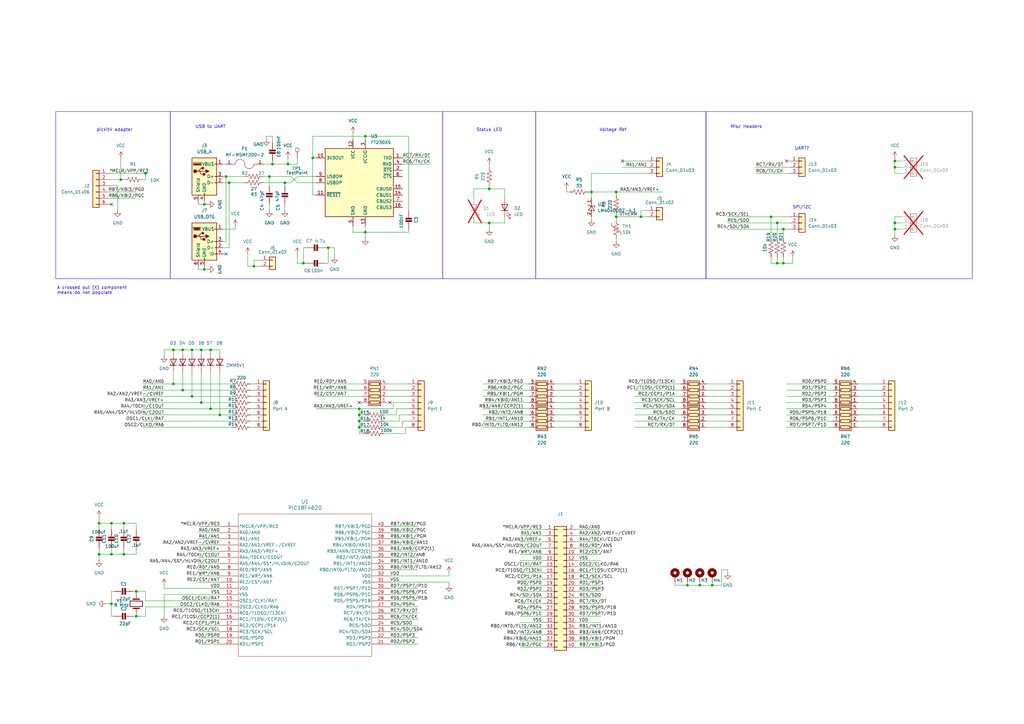
<source format=kicad_sch>
(kicad_sch (version 20231120) (generator "eeschema") (generator_version "8.0")
  (paper "A3")
  (junction (at 134.62 101.6))
  (junction (at 252.73 78.74))
  (junction (at 45.72 247.65))
  (junction (at 45.72 214.63))
  (junction (at 281.94 240.03))
  (junction (at 124.46 107.95))
  (junction (at 40.64 214.63))
  (junction (at 147.32 175.26))
  (junction (at 45.72 227.33))
  (junction (at 78.74 162.56))
  (junction (at 92.71 72.39))
  (junction (at 55.88 252.73))
  (junction (at 74.93 143.51))
  (junction (at 50.8 214.63))
  (junction (at 49.53 73.66))
  (junction (at 110.49 72.39))
  (junction (at 147.32 170.18))
  (junction (at 200.66 77.47))
  (junction (at 128.27 64.77))
  (junction (at 292.1 240.03))
  (junction (at 55.88 242.57))
  (junction (at 83.82 83.82))
  (junction (at 82.55 143.51))
  (junction (at 86.36 167.64))
  (junction (at 147.32 167.64))
  (junction (at 252.73 88.9))
  (junction (at 149.86 95.25))
  (junction (at 287.02 240.03))
  (junction (at 90.17 170.18))
  (junction (at 262.89 88.9))
  (junction (at 367.03 68.58))
  (junction (at 316.23 88.9))
  (junction (at 104.14 109.22))
  (junction (at 50.8 227.33))
  (junction (at 242.57 78.74))
  (junction (at 321.31 107.95))
  (junction (at 321.31 93.98))
  (junction (at 83.82 110.49))
  (junction (at 111.76 67.31))
  (junction (at 40.64 227.33))
  (junction (at 71.12 157.48))
  (junction (at 59.69 71.12))
  (junction (at 367.03 91.44))
  (junction (at 78.74 143.51))
  (junction (at 318.77 107.95))
  (junction (at 82.55 165.1))
  (junction (at 71.12 143.51))
  (junction (at 200.66 91.44))
  (junction (at 147.32 172.72))
  (junction (at 318.77 91.44))
  (junction (at 118.11 67.31))
  (junction (at 93.98 74.93))
  (junction (at 86.36 143.51))
  (junction (at 367.03 93.98))
  (junction (at 116.84 74.93))
  (junction (at 149.86 55.88))
  (junction (at 74.93 160.02))
  (junction (at 367.03 66.04))
  (no_connect (at 322.58 66.04))
  (no_connect (at 92.71 104.14))
  (no_connect (at 160.02 165.1))
  (no_connect (at 45.72 83.82))
  (no_connect (at 147.32 165.1))
  (no_connect (at 255.27 66.04))
  (wire (pts (xy 78.74 152.4) (xy 78.74 162.56)))
  (wire (pts (xy 298.45 172.72) (xy 289.56 172.72)))
  (wire (pts (xy 298.45 170.18) (xy 289.56 170.18)))
  (wire (pts (xy 213.36 224.79) (xy 223.52 224.79)))
  (wire (pts (xy 360.68 167.64) (xy 351.79 167.64)))
  (wire (pts (xy 55.88 227.33) (xy 55.88 224.79)))
  (wire (pts (xy 90.17 238.76) (xy 81.28 238.76)))
  (wire (pts (xy 207.01 91.44) (xy 207.01 88.9)))
  (wire (pts (xy 44.45 83.82) (xy 45.72 83.82)))
  (wire (pts (xy 316.23 88.9) (xy 316.23 97.79)))
  (wire (pts (xy 144.78 54.61) (xy 144.78 57.15)))
  (wire (pts (xy 107.95 74.93) (xy 116.84 74.93)))
  (wire (pts (xy 236.22 224.79) (xy 246.38 224.79)))
  (wire (pts (xy 200.66 91.44) (xy 200.66 93.98)))
  (wire (pts (xy 160.02 215.9) (xy 171.45 215.9)))
  (wire (pts (xy 147.32 175.26) (xy 149.86 175.26)))
  (wire (pts (xy 194.31 91.44) (xy 200.66 91.44)))
  (wire (pts (xy 295.91 240.03) (xy 292.1 240.03)))
  (wire (pts (xy 158.75 162.56) (xy 167.64 162.56)))
  (wire (pts (xy 322.58 157.48) (xy 341.63 157.48)))
  (wire (pts (xy 213.36 222.25) (xy 223.52 222.25)))
  (wire (pts (xy 194.31 88.9) (xy 194.31 91.44)))
  (wire (pts (xy 167.64 165.1) (xy 161.29 165.1)))
  (wire (pts (xy 252.73 97.79) (xy 252.73 99.06)))
  (wire (pts (xy 236.22 232.41) (xy 246.38 232.41)))
  (wire (pts (xy 160.02 228.6) (xy 171.45 228.6)))
  (wire (pts (xy 109.22 57.15) (xy 109.22 55.88)))
  (wire (pts (xy 236.22 265.43) (xy 246.38 265.43)))
  (wire (pts (xy 241.3 78.74) (xy 242.57 78.74)))
  (wire (pts (xy 124.46 107.95) (xy 125.73 107.95)))
  (wire (pts (xy 49.53 73.66) (xy 50.8 73.66)))
  (wire (pts (xy 102.87 172.72) (xy 104.14 172.72)))
  (wire (pts (xy 184.15 234.95) (xy 184.15 236.22)))
  (wire (pts (xy 102.87 162.56) (xy 104.14 162.56)))
  (wire (pts (xy 110.49 83.82) (xy 110.49 86.36)))
  (wire (pts (xy 90.17 261.62) (xy 81.28 261.62)))
  (wire (pts (xy 213.36 255.27) (xy 223.52 255.27)))
  (wire (pts (xy 292.1 240.03) (xy 292.1 238.76)))
  (wire (pts (xy 109.22 55.88) (xy 111.76 55.88)))
  (wire (pts (xy 298.45 93.98) (xy 321.31 93.98)))
  (wire (pts (xy 90.17 233.68) (xy 81.28 233.68)))
  (wire (pts (xy 322.58 172.72) (xy 341.63 172.72)))
  (wire (pts (xy 200.66 91.44) (xy 207.01 91.44)))
  (wire (pts (xy 167.64 95.25) (xy 149.86 95.25)))
  (wire (pts (xy 369.57 66.04) (xy 367.03 66.04)))
  (wire (pts (xy 134.62 107.95) (xy 133.35 107.95)))
  (wire (pts (xy 149.86 55.88) (xy 149.86 57.15)))
  (wire (pts (xy 322.58 160.02) (xy 341.63 160.02)))
  (wire (pts (xy 93.98 74.93) (xy 100.33 74.93)))
  (wire (pts (xy 90.17 215.9) (xy 81.28 215.9)))
  (wire (pts (xy 90.17 144.78) (xy 90.17 143.51)))
  (wire (pts (xy 242.57 88.9) (xy 242.57 90.17)))
  (wire (pts (xy 58.42 165.1) (xy 82.55 165.1)))
  (wire (pts (xy 198.12 170.18) (xy 217.17 170.18)))
  (wire (pts (xy 121.92 107.95) (xy 124.46 107.95)))
  (wire (pts (xy 367.03 91.44) (xy 369.57 91.44)))
  (wire (pts (xy 157.48 175.26) (xy 165.1 175.26)))
  (wire (pts (xy 91.44 67.31) (xy 92.71 67.31)))
  (wire (pts (xy 149.86 95.25) (xy 149.86 92.71)))
  (wire (pts (xy 198.12 162.56) (xy 217.17 162.56)))
  (wire (pts (xy 40.64 214.63) (xy 45.72 214.63)))
  (wire (pts (xy 236.22 222.25) (xy 246.38 222.25)))
  (wire (pts (xy 236.22 242.57) (xy 246.38 242.57)))
  (wire (pts (xy 160.02 251.46) (xy 171.45 251.46)))
  (wire (pts (xy 367.03 64.77) (xy 367.03 66.04)))
  (wire (pts (xy 91.44 72.39) (xy 92.71 72.39)))
  (wire (pts (xy 78.74 143.51) (xy 78.74 144.78)))
  (wire (pts (xy 260.35 160.02) (xy 279.4 160.02)))
  (wire (pts (xy 91.44 74.93) (xy 93.98 74.93)))
  (wire (pts (xy 276.86 238.76) (xy 276.86 240.03)))
  (wire (pts (xy 119.38 74.93) (xy 121.92 72.39)))
  (wire (pts (xy 298.45 234.95) (xy 298.45 233.68)))
  (wire (pts (xy 59.69 248.92) (xy 90.17 248.92)))
  (wire (pts (xy 236.22 167.64) (xy 227.33 167.64)))
  (wire (pts (xy 90.17 236.22) (xy 81.28 236.22)))
  (wire (pts (xy 158.75 160.02) (xy 167.64 160.02)))
  (wire (pts (xy 167.64 93.98) (xy 167.64 95.25)))
  (wire (pts (xy 78.74 162.56) (xy 95.25 162.56)))
  (wire (pts (xy 298.45 162.56) (xy 289.56 162.56)))
  (wire (pts (xy 111.76 55.88) (xy 111.76 58.42)))
  (wire (pts (xy 213.36 242.57) (xy 223.52 242.57)))
  (wire (pts (xy 118.11 64.77) (xy 118.11 67.31)))
  (wire (pts (xy 119.38 72.39) (xy 121.92 74.93)))
  (wire (pts (xy 252.73 87.63) (xy 252.73 88.9)))
  (wire (pts (xy 158.75 165.1) (xy 160.02 165.1)))
  (wire (pts (xy 129.54 167.64) (xy 147.32 167.64)))
  (wire (pts (xy 90.17 259.08) (xy 81.28 259.08)))
  (wire (pts (xy 55.88 214.63) (xy 55.88 217.17)))
  (wire (pts (xy 213.36 265.43) (xy 223.52 265.43)))
  (wire (pts (xy 360.68 165.1) (xy 351.79 165.1)))
  (wire (pts (xy 44.45 78.74) (xy 55.88 78.74)))
  (wire (pts (xy 102.87 175.26) (xy 104.14 175.26)))
  (wire (pts (xy 101.6 109.22) (xy 104.14 109.22)))
  (wire (pts (xy 213.36 250.19) (xy 223.52 250.19)))
  (wire (pts (xy 360.68 172.72) (xy 351.79 172.72)))
  (wire (pts (xy 160.02 233.68) (xy 171.45 233.68)))
  (wire (pts (xy 86.36 152.4) (xy 86.36 167.64)))
  (wire (pts (xy 367.03 93.98) (xy 367.03 96.52)))
  (wire (pts (xy 252.73 88.9) (xy 262.89 88.9)))
  (wire (pts (xy 67.31 146.05) (xy 67.31 143.51)))
  (wire (pts (xy 236.22 255.27) (xy 246.38 255.27)))
  (wire (pts (xy 260.35 165.1) (xy 279.4 165.1)))
  (wire (pts (xy 74.93 143.51) (xy 71.12 143.51)))
  (wire (pts (xy 101.6 104.14) (xy 101.6 109.22)))
  (wire (pts (xy 81.28 109.22) (xy 81.28 110.49)))
  (wire (pts (xy 82.55 152.4) (xy 82.55 165.1)))
  (wire (pts (xy 121.92 64.77) (xy 121.92 67.31)))
  (wire (pts (xy 287.02 238.76) (xy 287.02 240.03)))
  (wire (pts (xy 360.68 157.48) (xy 351.79 157.48)))
  (wire (pts (xy 298.45 175.26) (xy 289.56 175.26)))
  (wire (pts (xy 236.22 237.49) (xy 246.38 237.49)))
  (wire (pts (xy 213.36 232.41) (xy 223.52 232.41)))
  (wire (pts (xy 149.86 95.25) (xy 149.86 97.79)))
  (wire (pts (xy 298.45 167.64) (xy 289.56 167.64)))
  (wire (pts (xy 45.72 252.73) (xy 46.99 252.73)))
  (wire (pts (xy 144.78 95.25) (xy 149.86 95.25)))
  (wire (pts (xy 213.36 245.11) (xy 223.52 245.11)))
  (wire (pts (xy 83.82 83.82) (xy 83.82 82.55)))
  (wire (pts (xy 91.44 93.98) (xy 96.52 93.98)))
  (wire (pts (xy 160.02 261.62) (xy 171.45 261.62)))
  (wire (pts (xy 360.68 160.02) (xy 351.79 160.02)))
  (wire (pts (xy 59.69 71.12) (xy 44.45 71.12)))
  (wire (pts (xy 129.54 162.56) (xy 148.59 162.56)))
  (wire (pts (xy 213.36 217.17) (xy 223.52 217.17)))
  (wire (pts (xy 236.22 229.87) (xy 246.38 229.87)))
  (wire (pts (xy 92.71 72.39) (xy 100.33 72.39)))
  (wire (pts (xy 49.53 73.66) (xy 44.45 73.66)))
  (wire (pts (xy 58.42 73.66) (xy 59.69 73.66)))
  (wire (pts (xy 298.45 233.68) (xy 295.91 233.68)))
  (wire (pts (xy 318.77 91.44) (xy 323.85 91.44)))
  (wire (pts (xy 213.36 262.89) (xy 223.52 262.89)))
  (wire (pts (xy 236.22 262.89) (xy 246.38 262.89)))
  (wire (pts (xy 309.88 71.12) (xy 323.85 71.12)))
  (wire (pts (xy 58.42 162.56) (xy 78.74 162.56)))
  (wire (pts (xy 367.03 93.98) (xy 369.57 93.98)))
  (wire (pts (xy 163.83 170.18) (xy 167.64 170.18)))
  (wire (pts (xy 81.28 82.55) (xy 81.28 83.82)))
  (wire (pts (xy 160.02 256.54) (xy 171.45 256.54)))
  (wire (pts (xy 71.12 157.48) (xy 95.25 157.48)))
  (wire (pts (xy 167.64 55.88) (xy 167.64 86.36)))
  (wire (pts (xy 90.17 251.46) (xy 81.28 251.46)))
  (wire (pts (xy 184.15 238.76) (xy 184.15 240.03)))
  (wire (pts (xy 236.22 227.33) (xy 246.38 227.33)))
  (wire (pts (xy 298.45 165.1) (xy 289.56 165.1)))
  (wire (pts (xy 252.73 78.74) (xy 271.78 78.74)))
  (wire (pts (xy 298.45 157.48) (xy 289.56 157.48)))
  (wire (pts (xy 360.68 170.18) (xy 351.79 170.18)))
  (wire (pts (xy 213.36 237.49) (xy 223.52 237.49)))
  (wire (pts (xy 40.64 217.17) (xy 40.64 214.63)))
  (wire (pts (xy 90.17 220.98) (xy 81.28 220.98)))
  (wire (pts (xy 78.74 143.51) (xy 74.93 143.51)))
  (wire (pts (xy 236.22 165.1) (xy 227.33 165.1)))
  (wire (pts (xy 166.37 177.8) (xy 166.37 175.26)))
  (wire (pts (xy 104.14 106.68) (xy 104.14 109.22)))
  (wire (pts (xy 318.77 91.44) (xy 318.77 97.79)))
  (wire (pts (xy 160.02 259.08) (xy 171.45 259.08)))
  (wire (pts (xy 236.22 162.56) (xy 227.33 162.56)))
  (wire (pts (xy 102.87 170.18) (xy 104.14 170.18)))
  (wire (pts (xy 160.02 231.14) (xy 171.45 231.14)))
  (wire (pts (xy 162.56 167.64) (xy 167.64 167.64)))
  (wire (pts (xy 92.71 99.06) (xy 92.71 72.39)))
  (wire (pts (xy 90.17 228.6) (xy 81.28 228.6)))
  (wire (pts (xy 236.22 157.48) (xy 227.33 157.48)))
  (wire (pts (xy 162.56 170.18) (xy 162.56 167.64)))
  (wire (pts (xy 137.16 105.41) (xy 137.16 101.6)))
  (wire (pts (xy 121.92 67.31) (xy 118.11 67.31)))
  (wire (pts (xy 90.17 170.18) (xy 95.25 170.18)))
  (wire (pts (xy 160.02 226.06) (xy 171.45 226.06)))
  (wire (pts (xy 86.36 143.51) (xy 82.55 143.51)))
  (wire (pts (xy 74.93 160.02) (xy 95.25 160.02)))
  (wire (pts (xy 367.03 66.04) (xy 367.03 68.58)))
  (wire (pts (xy 102.87 165.1) (xy 104.14 165.1)))
  (wire (pts (xy 232.41 78.74) (xy 233.68 78.74)))
  (wire (pts (xy 160.02 218.44) (xy 171.45 218.44)))
  (wire (pts (xy 260.35 157.48) (xy 279.4 157.48)))
  (wire (pts (xy 262.89 86.36) (xy 262.89 88.9)))
  (wire (pts (xy 160.02 243.84) (xy 171.45 243.84)))
  (wire (pts (xy 93.98 101.6) (xy 93.98 74.93)))
  (wire (pts (xy 295.91 233.68) (xy 295.91 240.03)))
  (wire (pts (xy 106.68 106.68) (xy 104.14 106.68)))
  (wire (pts (xy 59.69 246.38) (xy 90.17 246.38)))
  (wire (pts (xy 71.12 143.51) (xy 71.12 144.78)))
  (wire (pts (xy 86.36 143.51) (xy 86.36 144.78)))
  (wire (pts (xy 165.1 67.31) (xy 176.53 67.31)))
  (wire (pts (xy 71.12 152.4) (xy 71.12 157.48)))
  (wire (pts (xy 133.35 101.6) (xy 134.62 101.6)))
  (wire (pts (xy 194.31 77.47) (xy 194.31 81.28)))
  (wire (pts (xy 165.1 172.72) (xy 167.64 172.72)))
  (wire (pts (xy 367.03 88.9) (xy 367.03 91.44)))
  (wire (pts (xy 121.92 72.39) (xy 129.54 72.39)))
  (wire (pts (xy 58.42 172.72) (xy 95.25 172.72)))
  (wire (pts (xy 81.28 110.49) (xy 83.82 110.49)))
  (wire (pts (xy 125.73 101.6) (xy 124.46 101.6)))
  (wire (pts (xy 236.22 250.19) (xy 246.38 250.19)))
  (wire (pts (xy 83.82 83.82) (xy 85.09 83.82)))
  (wire (pts (xy 90.17 218.44) (xy 81.28 218.44)))
  (wire (pts (xy 59.69 248.92) (xy 59.69 252.73)))
  (wire (pts (xy 147.32 170.18) (xy 147.32 172.72)))
  (wire (pts (xy 160.02 220.98) (xy 171.45 220.98)))
  (wire (pts (xy 213.36 257.81) (xy 223.52 257.81)))
  (wire (pts (xy 144.78 92.71) (xy 144.78 95.25)))
  (wire (pts (xy 147.32 167.64) (xy 161.29 167.64)))
  (wire (pts (xy 160.02 264.16) (xy 171.45 264.16)))
  (wire (pts (xy 281.94 240.03) (xy 287.02 240.03)))
  (wire (pts (xy 83.82 110.49) (xy 83.82 109.22)))
  (wire (pts (xy 260.35 172.72) (xy 279.4 172.72)))
  (wire (pts (xy 198.12 157.48) (xy 217.17 157.48)))
  (wire (pts (xy 50.8 227.33) (xy 55.88 227.33)))
  (wire (pts (xy 59.69 252.73) (xy 55.88 252.73)))
  (wire (pts (xy 45.72 227.33) (xy 50.8 227.33)))
  (wire (pts (xy 232.41 77.47) (xy 232.41 78.74)))
  (wire (pts (xy 111.76 67.31) (xy 107.95 67.31)))
  (wire (pts (xy 160.02 248.92) (xy 171.45 248.92)))
  (wire (pts (xy 157.48 172.72) (xy 163.83 172.72)))
  (wire (pts (xy 316.23 105.41) (xy 316.23 107.95)))
  (wire (pts (xy 58.42 167.64) (xy 86.36 167.64)))
  (wire (pts (xy 276.86 240.03) (xy 281.94 240.03)))
  (wire (pts (xy 207.01 77.47) (xy 207.01 81.28)))
  (wire (pts (xy 129.54 64.77) (xy 128.27 64.77)))
  (wire (pts (xy 90.17 152.4) (xy 90.17 170.18)))
  (wire (pts (xy 160.02 223.52) (xy 171.45 223.52)))
  (wire (pts (xy 45.72 247.65) (xy 45.72 252.73)))
  (wire (pts (xy 44.45 76.2) (xy 48.26 76.2)))
  (wire (pts (xy 149.86 170.18) (xy 147.32 170.18)))
  (wire (pts (xy 325.12 107.95) (xy 325.12 105.41)))
  (wire (pts (xy 367.03 91.44) (xy 367.03 93.98)))
  (wire (pts (xy 128.27 64.77) (xy 128.27 55.88)))
  (wire (pts (xy 147.32 172.72) (xy 149.86 172.72)))
  (wire (pts (xy 255.27 68.58) (xy 265.43 68.58)))
  (wire (pts (xy 198.12 160.02) (xy 217.17 160.02)))
  (wire (pts (xy 67.31 240.03) (xy 67.31 241.3)))
  (wire (pts (xy 236.22 240.03) (xy 246.38 240.03)))
  (wire (pts (xy 45.72 214.63) (xy 50.8 214.63)))
  (wire (pts (xy 50.8 214.63) (xy 50.8 217.17)))
  (wire (pts (xy 128.27 55.88) (xy 149.86 55.88)))
  (wire (pts (xy 200.66 67.31) (xy 200.66 68.58)))
  (wire (pts (xy 281.94 238.76) (xy 281.94 240.03)))
  (wire (pts (xy 198.12 167.64) (xy 217.17 167.64)))
  (wire (pts (xy 322.58 167.64) (xy 341.63 167.64)))
  (wire (pts (xy 74.93 143.51) (xy 74.93 144.78)))
  (wire (pts (xy 236.22 219.71) (xy 246.38 219.71)))
  (wire (pts (xy 67.31 252.73) (xy 67.31 243.84)))
  (wire (pts (xy 147.32 175.26) (xy 147.32 177.8)))
  (wire (pts (xy 360.68 162.56) (xy 351.79 162.56)))
  (wire (pts (xy 90.17 264.16) (xy 81.28 264.16)))
  (wire (pts (xy 369.57 88.9) (xy 367.03 88.9)))
  (wire (pts (xy 40.64 224.79) (xy 40.64 227.33)))
  (wire (pts (xy 40.64 227.33) (xy 40.64 229.87)))
  (wire (pts (xy 194.31 77.47) (xy 200.66 77.47)))
  (wire (pts (xy 198.12 172.72) (xy 217.17 172.72)))
  (wire (pts (xy 121.92 104.14) (xy 121.92 107.95)))
  (wire (pts (xy 255.27 66.04) (xy 265.43 66.04)))
  (wire (pts (xy 167.64 55.88) (xy 149.86 55.88)))
  (wire (pts (xy 50.8 214.63) (xy 55.88 214.63)))
  (wire (pts (xy 322.58 175.26) (xy 341.63 175.26)))
  (wire (pts (xy 322.58 162.56) (xy 341.63 162.56)))
  (wire (pts (xy 45.72 242.57) (xy 45.72 247.65)))
  (wire (pts (xy 321.31 93.98) (xy 321.31 97.79)))
  (wire (pts (xy 67.31 241.3) (xy 90.17 241.3)))
  (wire (pts (xy 90.17 231.14) (xy 81.28 231.14)))
  (wire (pts (xy 316.23 88.9) (xy 323.85 88.9)))
  (wire (pts (xy 236.22 217.17) (xy 246.38 217.17)))
  (wire (pts (xy 316.23 107.95) (xy 318.77 107.95)))
  (wire (pts (xy 165.1 64.77) (xy 176.53 64.77)))
  (wire (pts (xy 163.83 172.72) (xy 163.83 170.18)))
  (wire (pts (xy 260.35 170.18) (xy 279.4 170.18)))
  (wire (pts (xy 367.03 68.58) (xy 369.57 68.58)))
  (wire (pts (xy 367.03 71.12) (xy 369.57 71.12)))
  (wire (pts (xy 160.02 236.22) (xy 184.15 236.22)))
  (wire (pts (xy 111.76 66.04) (xy 111.76 67.31)))
  (wire (pts (xy 54.61 242.57) (xy 55.88 242.57)))
  (wire (pts (xy 55.88 252.73) (xy 55.88 251.46)))
  (wire (pts (xy 82.55 143.51) (xy 82.55 144.78)))
  (wire (pts (xy 96.52 93.98) (xy 96.52 92.71)))
  (wire (pts (xy 110.49 72.39) (xy 119.38 72.39)))
  (wire (pts (xy 360.68 175.26) (xy 351.79 175.26)))
  (wire (pts (xy 58.42 170.18) (xy 90.17 170.18)))
  (wire (pts (xy 147.32 165.1) (xy 148.59 165.1)))
  (wire (pts (xy 158.75 157.48) (xy 167.64 157.48)))
  (wire (pts (xy 236.22 247.65) (xy 246.38 247.65)))
  (wire (pts (xy 91.44 101.6) (xy 93.98 101.6)))
  (wire (pts (xy 236.22 160.02) (xy 227.33 160.02)))
  (wire (pts (xy 260.35 162.56) (xy 279.4 162.56)))
  (wire (pts (xy 252.73 78.74) (xy 252.73 80.01)))
  (wire (pts (xy 200.66 77.47) (xy 207.01 77.47)))
  (wire (pts (xy 102.87 157.48) (xy 104.14 157.48)))
  (wire (pts (xy 309.88 68.58) (xy 323.85 68.58)))
  (wire (pts (xy 298.45 91.44) (xy 318.77 91.44)))
  (wire (pts (xy 44.45 81.28) (xy 55.88 81.28)))
  (wire (pts (xy 137.16 101.6) (xy 134.62 101.6)))
  (wire (pts (xy 147.32 172.72) (xy 147.32 175.26)))
  (wire (pts (xy 121.92 74.93) (xy 129.54 74.93)))
  (wire (pts (xy 265.43 71.12) (xy 242.57 71.12)))
  (wire (pts (xy 236.22 252.73) (xy 246.38 252.73)))
  (wire (pts (xy 86.36 167.64) (xy 95.25 167.64)))
  (wire (pts (xy 213.36 252.73) (xy 223.52 252.73)))
  (wire (pts (xy 67.31 243.84) (xy 90.17 243.84)))
  (wire (pts (xy 129.54 80.01) (xy 128.27 80.01)))
  (wire (pts (xy 236.22 257.81) (xy 246.38 257.81)))
  (wire (pts (xy 265.43 86.36) (xy 262.89 86.36)))
  (wire (pts (xy 128.27 80.01) (xy 128.27 64.77)))
  (wire (pts (xy 74.93 152.4) (xy 74.93 160.02)))
  (wire (pts (xy 318.77 105.41) (xy 318.77 107.95)))
  (wire (pts (xy 116.84 74.93) (xy 119.38 74.93)))
  (wire (pts (xy 116.84 83.82) (xy 116.84 86.36)))
  (wire (pts (xy 90.17 256.54) (xy 81.28 256.54)))
  (wire (pts (xy 298.45 88.9) (xy 316.23 88.9)))
  (wire (pts (xy 104.14 109.22) (xy 106.68 109.22)))
  (wire (pts (xy 318.77 107.95) (xy 321.31 107.95)))
  (wire (pts (xy 107.95 72.39) (xy 110.49 72.39)))
  (wire (pts (xy 59.69 246.38) (xy 59.69 242.57)))
  (wire (pts (xy 90.17 143.51) (xy 86.36 143.51)))
  (wire (pts (xy 298.45 160.02) (xy 289.56 160.02)))
  (wire (pts (xy 287.02 240.03) (xy 292.1 240.03)))
  (wire (pts (xy 321.31 107.95) (xy 325.12 107.95)))
  (wire (pts (xy 157.48 170.18) (xy 162.56 170.18)))
  (wire (pts (xy 321.31 105.41) (xy 321.31 107.95)))
  (wire (pts (xy 198.12 165.1) (xy 217.17 165.1)))
  (wire (pts (xy 236.22 245.11) (xy 246.38 245.11)))
  (wire (pts (xy 213.36 260.35) (xy 223.52 260.35)))
  (wire (pts (xy 82.55 165.1) (xy 95.25 165.1)))
  (wire (pts (xy 67.31 143.51) (xy 71.12 143.51)))
  (wire (pts (xy 322.58 170.18) (xy 341.63 170.18)))
  (wire (pts (xy 58.42 160.02) (xy 74.93 160.02)))
  (wire (pts (xy 147.32 177.8) (xy 149.86 177.8)))
  (wire (pts (xy 40.64 212.09) (xy 40.64 214.63)))
  (wire (pts (xy 321.31 93.98) (xy 323.85 93.98)))
  (wire (pts (xy 160.02 241.3) (xy 171.45 241.3)))
  (wire (pts (xy 236.22 234.95) (xy 246.38 234.95)))
  (wire (pts (xy 45.72 214.63) (xy 45.72 217.17)))
  (wire (pts (xy 157.48 177.8) (xy 166.37 177.8)))
  (wire (pts (xy 213.36 219.71) (xy 223.52 219.71)))
  (wire (pts (xy 147.32 167.64) (xy 147.32 170.18)))
  (wire (pts (xy 242.57 71.12) (xy 242.57 78.74)))
  (wire (pts (xy 46.99 242.57) (xy 45.72 242.57)))
  (wire (pts (xy 134.62 101.6) (xy 134.62 107.95)))
  (wire (pts (xy 91.44 99.06) (xy 92.71 99.06)))
  (wire (pts (xy 166.37 175.26) (xy 167.64 175.26)))
  (wire (pts (xy 129.54 157.48) (xy 148.59 157.48)))
  (wire (pts (xy 213.36 227.33) (xy 223.52 227.33)))
  (wire (pts (xy 160.02 238.76) (xy 184.15 238.76)))
  (wire (pts (xy 81.28 83.82) (xy 83.82 83.82)))
  (wire (pts (xy 236.22 260.35) (xy 246.38 260.35)))
  (wire (pts (xy 48.26 76.2) (xy 48.26 86.36)))
  (wire (pts (xy 236.22 175.26) (xy 227.33 175.26)))
  (wire (pts (xy 200.66 76.2) (xy 200.66 77.47)))
  (wire (pts (xy 60.96 71.12) (xy 59.69 71.12)))
  (wire (pts (xy 242.57 78.74) (xy 252.73 78.74)))
  (wire (pts (xy 90.17 226.06) (xy 81.28 226.06)))
  (wire (pts (xy 102.87 167.64) (xy 104.14 167.64)))
  (wire (pts (xy 252.73 88.9) (xy 252.73 90.17)))
  (wire (pts (xy 262.89 88.9) (xy 265.43 88.9)))
  (wire (pts (xy 40.64 227.33) (xy 45.72 227.33)))
  (wire (pts (xy 50.8 224.79) (xy 50.8 227.33)))
  (wire (pts (xy 322.58 165.1) (xy 341.63 165.1)))
  (wire (pts (xy 59.69 242.57) (xy 55.88 242.57)))
  (wire (pts (xy 213.36 234.95) (xy 223.52 234.95)))
  (wire (pts (xy 161.29 165.1) (xy 161.29 167.64)))
  (wire (pts (xy 124.46 101.6) (xy 124.46 107.95)))
  (wire (pts (xy 90.17 223.52) (xy 81.28 223.52)))
  (wire (pts (xy 82.55 143.51) (xy 78.74 143.51)))
  (wire (pts (xy 102.87 160.02) (xy 104.14 160.02)))
  (wire (pts (xy 213.36 247.65) (xy 223.52 247.65)))
  (wire (pts (xy 242.57 78.74) (xy 242.57 81.28)))
  (wire (pts (xy 260.35 175.26) (xy 279.4 175.26)))
  (wire (pts (xy 236.22 170.18) (xy 227.33 170.18)))
  (wire (pts (xy 54.61 252.73) (xy 55.88 252.73)))
  (wire (pts (xy 198.12 175.26) (xy 217.17 175.26)))
  (wire (pts (xy 322.58 66.04) (xy 323.85 66.04)))
  (wire (pts (xy 213.36 229.87) (xy 223.52 229.87)))
  (wire (pts (xy 59.69 73.66) (xy 59.69 71.12)))
  (wire (pts (xy 129.54 160.02) (xy 148.59 160.02)))
  (wire (pts (xy 90.17 254) (xy 81.28 254)))
  (wire (pts (xy 116.84 74.93) (xy 116.84 76.2)))
  (wire (pts (xy 160.02 254) (xy 171.45 254)))
  (wire (pts (xy 49.53 64.77) (xy 49.53 73.66)))
  (wire (pts (xy 236.22 172.72) (xy 227.33 172.72)))
  (wire (pts (xy 45.72 224.79) (xy 45.72 227.33)))
  (wire (pts (xy 58.42 175.26) (xy 95.25 175.26)))
  (wire (pts (xy 43.18 247.65) (xy 45.72 247.65)))
  (wire (pts (xy 165.1 175.26) (xy 165.1 172.72)))
  (wire (pts (xy 213.36 240.03) (xy 223.52 240.03)))
  (wire (pts (xy 110.49 72.39) (xy 110.49 76.2)))
  (wire (pts (xy 91.44 104.14) (xy 92.71 104.14)))
  (wire (pts (xy 160.02 246.38) (xy 171.45 246.38)))
  (wire (pts (xy 55.88 242.57) (xy 55.88 243.84)))
  (wire (pts (xy 260.35 167.64) (xy 279.4 167.64)))
  (wire (pts (xy 367.03 68.58) (xy 367.03 71.12)))
  (wire (pts (xy 83.82 110.49) (xy 85.09 110.49)))
  (wire (pts (xy 111.76 67.31) (xy 118.11 67.31)))
  (wire (pts (xy 58.42 157.48) (xy 71.12 157.48)))
  (rectangle (start 22.86 45.72) (end 69.85 114.3))
  (rectangle (start 181.61 45.72) (end 219.71 114.3))
  (rectangle (start 69.85 45.72) (end 181.61 114.3))
  (rectangle (start 219.71 45.72) (end 289.56 114.3))
  (rectangle (start 289.56 45.72) (end 398.78 114.3))
  (text "USB to UART" (at 86.36 52.07 0) (effects (font (size 1.27 1.27))))
  (text "A crossed out (X) component \nmeans do not populate" (at 23.368 119.126 0) (effects (font (size 1.27 1.27)) (justify left)))
  (text "Voltage Ref" (at 251.46 53.34 0) (effects (font (size 1.27 1.27))))
  (text "UART?" (at 328.93 60.96 0) (effects (font (size 1.27 1.27))))
  (text "SPI/I2C\n" (at 328.93 85.09 0) (effects (font (size 1.27 1.27))))
  (text "pickit4 adapter" (at 46.99 53.34 0) (effects (font (size 1.27 1.27))))
  (text "Misc Headers" (at 306.07 52.07 0) (effects (font (size 1.27 1.27))))
  (text "Status LED" (at 200.66 53.34 0) (effects (font (size 1.27 1.27))))
  (label "RA2/AN2/VREF-/CVREF" (at 90.17 223.52 180))
  (label "RD6/PSP6/P1C" (at 222.25 252.73 180))
  (label "VDD" (at 222.25 229.87 180))
  (label "RD4/PSP4" (at 222.25 250.19 180))
  (label "RC6{slash}TX{slash}CK" (at 276.86 172.72 180))
  (label "RA1/AN1" (at 90.17 220.98 180))
  (label "RC7/RX/DT" (at 237.49 247.65 0))
  (label "RC7/RX/DT" (at 321.31 68.58 180))
  (label "RB2/INT2/AN8" (at 160.02 228.6 0))
  (label "RD6/PSP6/P1C" (at 339.09 172.72 180))
  (label "RC1{slash}T1OSI{slash}CCP2(1)" (at 276.86 160.02 180))
  (label "RA2/AN2/VREF-/CVREF" (at 237.49 219.71 0))
  (label "RA3/AN3/VREF+" (at 144.78 167.64 180))
  (label "VSS" (at 222.25 255.27 180))
  (label "RB5/KBI1/PGM" (at 237.49 262.89 0))
  (label "OSC2/CLKO/RA6" (at 237.49 232.41 0))
  (label "*MCLR/VPP/RE3" (at 60.96 71.12 180))
  (label "RE1/WR*/AN6" (at 142.24 160.02 180))
  (label "RD2{slash}PSP2" (at 339.09 162.56 180))
  (label "RC2{slash}CCP1{slash}P1A" (at 276.86 162.56 180))
  (label "OSC2/CLKO/RA6" (at 90.17 248.92 180))
  (label "RB5{slash}KBI1{slash}PGM" (at 214.63 162.56 180))
  (label "RB2{slash}INT2{slash}AN8" (at 214.63 170.18 180))
  (label "RB1{slash}INT1{slash}AN10" (at 214.63 172.72 180))
  (label "RD5/PSP5/P1B" (at 339.09 170.18 180))
  (label "RB3/AN9/CCP2(1)" (at 237.49 260.35 0))
  (label "RD2/PSP2" (at 222.25 242.57 180))
  (label "RC4{slash}SDI{slash}SDA" (at 307.34 93.98 180))
  (label "RB0{slash}INT0{slash}FLT0{slash}AN12" (at 214.63 175.26 180))
  (label "RD4/PSP4" (at 160.02 248.92 0))
  (label "VSS" (at 90.17 243.84 180))
  (label "RB6/KBI2/PGC" (at 160.02 218.44 0))
  (label "RC3/SCK/SCL" (at 237.49 237.49 0))
  (label "RD5/PSP5/P1B" (at 160.02 246.38 0))
  (label "*MCLR/VPP/RE3" (at 222.25 217.17 180))
  (label "RA3/AN3/VREF+" (at 270.51 78.74 180))
  (label "RB7/KBI3/PGD" (at 237.49 265.43 0))
  (label "RA5/AN4/SS*/HLVDIN/C2OUT" (at 67.31 170.18 180))
  (label "RD1/PSP1" (at 90.17 264.16 180))
  (label "RC6{slash}TX{slash}CK" (at 321.31 71.12 180))
  (label "RA0/AN0" (at 90.17 218.44 180))
  (label "RC3/SCK/SCL" (at 307.34 88.9 180))
  (label "RC4/SDI/SDA" (at 222.25 245.11 180))
  (label "*MCLR/VPP/RE3" (at 90.17 215.9 180))
  (label "RD6/PSP6/P1C" (at 160.02 243.84 0))
  (label "RA1/AN1" (at 67.31 160.02 180))
  (label "RC5{slash}SDO" (at 307.34 91.44 180))
  (label "RC4{slash}SDI{slash}SDA" (at 276.86 167.64 180))
  (label "RA3/AN3/VREF+" (at 222.25 222.25 180))
  (label "RA3/AN3/VREF+" (at 67.31 165.1 180))
  (label "RD7/PSP7/P1D" (at 160.02 241.3 0))
  (label "RD0/PSP0" (at 90.17 261.62 180))
  (label "RC0{slash}T1OSO{slash}T13CKI" (at 276.86 157.48 180))
  (label "RE0/RD*/AN5" (at 142.24 157.48 180))
  (label "OSC2/CLKO/RA6" (at 67.31 175.26 180))
  (label "RB6/KBI2/PGC" (at 222.25 265.43 180))
  (label "RD3{slash}PSP3" (at 339.09 165.1 180))
  (label "RA1/AN1" (at 265.43 68.58 180))
  (label "RD3/PSP3" (at 160.02 261.62 0))
  (label "RE1/WR*/AN6" (at 90.17 236.22 180))
  (label "RC3/SCK/SCL" (at 276.86 165.1 180))
  (label "RB4/KBI0/AN11" (at 160.02 223.52 0))
  (label "VDD" (at 237.49 255.27 0))
  (label "RB4{slash}KBI0{slash}AN11" (at 214.63 165.1 180))
  (label "RD3/PSP3" (at 237.49 242.57 0))
  (label "RA3/AN3/VREF+" (at 90.17 226.06 180))
  (label "RD7/PSP7/P1D" (at 339.09 175.26 180))
  (label "RE1/WR*/AN6" (at 222.25 227.33 180))
  (label "RB7/KBI3/PGD" (at 160.02 215.9 0))
  (label "RC6/TX/CK" (at 165.1 67.31 0))
  (label "OSC1/CLKI/RA7" (at 67.31 172.72 180))
  (label "RC5{slash}SDO" (at 276.86 170.18 180))
  (label "RC2/CCP1/P1A" (at 90.17 256.54 180))
  (label "RD0/PSP0" (at 339.09 157.48 180))
  (label "RC6/TX/CK" (at 222.25 247.65 180))
  (label "RD4{slash}PSP4" (at 339.09 167.64 180))
  (label "RA4/T0CKI/C1OUT" (at 237.49 222.25 0))
  (label "VSS" (at 160.02 238.76 0))
  (label "RD0/PSP0" (at 222.25 240.03 180))
  (label "RB7{slash}KBI3{slash}PGD" (at 214.63 157.48 180))
  (label "RE0/RD*/AN5" (at 90.17 233.68 180))
  (label "OSC1/CLKI/RA7" (at 222.25 232.41 180))
  (label "RA0/AN0" (at 67.31 157.48 180))
  (label "RC5/SDO" (at 237.49 245.11 0))
  (label "RE2/CS*/AN7" (at 237.49 227.33 0))
  (label "RE2/CS*/AN7" (at 142.24 162.56 180))
  (label "RA1/AN1" (at 222.25 219.71 180))
  (label "RC7{slash}RX{slash}DT" (at 276.86 175.26 180))
  (label "RC3/SCK/SCL" (at 90.17 259.08 180))
  (label "RB7/KBI3/PGD" (at 44.45 78.74 0))
  (label "RC1/T1OSI/CCP2(1)" (at 237.49 234.95 0))
  (label "RC5/SDO" (at 160.02 256.54 0))
  (label "RA4/T0CKI/C1OUT" (at 67.31 167.64 180))
  (label "RD1/PSP1" (at 237.49 240.03 0))
  (label "RA5/AN4/SS*/HLVDIN/C2OUT" (at 222.25 224.79 180))
  (label "RC1/T1OSI/CCP2(1)" (at 90.17 254 180))
  (label "RB6/KBI2/PGC" (at 44.45 81.28 0))
  (label "OSC1/CLKI/RA7" (at 90.17 246.38 180))
  (label "RA2/AN2/VREF-/CVREF" (at 67.31 162.56 180))
  (label "VSS" (at 237.49 229.87 0))
  (label "RD5/PSP5/P1B" (at 237.49 250.19 0))
  (label "RB4/KBI0/AN11" (at 222.25 262.89 180))
  (label "RC7/RX/DT" (at 165.1 64.77 0))
  (label "RB0/INT0/FLT0/AN12" (at 222.25 257.81 180))
  (label "RC2/CCP1/P1A" (at 222.25 237.49 180))
  (label "RB1/INT1/AN10" (at 160.02 231.14 0))
  (label "RA5/AN4/SS*/HLVDIN/C2OUT" (at 90.17 231.14 180))
  (label "RC4/SDI/SDA" (at 160.02 259.08 0))
  (label "RE2/CS*/AN7" (at 90.17 238.76 180))
  (label "VDD" (at 90.17 241.3 180))
  (label "RB6{slash}KBI2{slash}PGC" (at 214.63 160.02 180))
  (label "VTHERM" (at 254 88.9 0))
  (label "VDD" (at 160.02 236.22 0))
  (label "RD1/PSP1" (at 339.09 160.02 180))
  (label "RB1/INT1/AN10" (at 237.49 257.81 0))
  (label "RC7/RX/DT" (at 160.02 251.46 0))
  (label "RD2/PSP2" (at 160.02 264.16 0))
  (label "RA0{slash}AN0" (at 237.49 217.17 0))
  (label "RC6/TX/CK" (at 160.02 254 0))
  (label "RB0/INT0/FLT0/AN12" (at 160.02 233.68 0))
  (label "RB3{slash}AN9{slash}CCP2(1)" (at 214.63 167.64 180))
  (label "RD7/PSP7/P1D" (at 237.49 252.73 0))
  (label "RE0/RD*/AN5" (at 237.49 224.79 0))
  (label "RC0/T1OSO/T13CKI" (at 222.25 234.95 180))
  (label "RB5/KBI1/PGM" (at 160.02 220.98 0))
  (label "RB3/AN9/CCP2(1)" (at 160.02 226.06 0))
  (label "RA4/T0CKI/C1OUT" (at 90.17 228.6 180))
  (label "RC0/T1OSO/T13CKI" (at 90.17 251.46 180))
  (label "RB2/INT2/AN8" (at 222.25 260.35 180))
  (symbol (lib_id "Device:R_US") (at 237.49 78.74 90) (unit 1)
    (property "Reference" "R5" (at 237.49 73.66 90))
    (property "Value" "33" (at 237.49 76.2 90))
    (property "Footprint" "Resistor_SMD:R_0402_1005Metric" (effects (hide yes)))
    (property "Description" "Resistor, US symbol" (effects (hide yes)))
  )
  (symbol (lib_id "MF-MSMF200-2:MF-MSMF200-2") (at 100.33 67.31 0) (unit 1)
    (property "Reference" "F1" (at 100.33 60.96 0))
    (property "Value" "MF-MSMF200-2" (at 100.33 63.5 0))
    (property "Footprint" "MF-MSMF200-2:FUSER_MF-MSMF200-2" (effects (hide yes)))
    (property "MF" "Bourns" (effects (hide yes)))
    (property "MOUSER-PURCHASE-URL" "https://snapeda.com/shop?store=Mouser&id=143366" (effects (hide yes)))
    (property "DESCRIPTION" "Polymeric PTC Resettable Fuse 8V 2A Ih Surface Mount 1812 (4532 Metric), Concave" (effects (hide yes)))
    (property "PACKAGE" "1812 Bourns" (effects (hide yes)))
    (property "PRICE" "None" (effects (hide yes)))
    (property "Package" "1812 Bourns" (effects (hide yes)))
    (property "Check_prices" "https://www.snapeda.com/parts/MF-MSMF200-2/Bourns/view-part/?ref=eda" (effects (hide yes)))
    (property "Price" "None" (effects (hide yes)))
    (property "SnapEDA_Link" "https://www.snapeda.com/parts/MF-MSMF200-2/Bourns/view-part/?ref=snap" (effects (hide yes)))
    (property "MP" "MF-MSMF200-2" (effects (hide yes)))
    (property "DIGIKEY-PURCHASE-URL" "https://snapeda.com/shop?store=DigiKey&id=143366" (effects (hide yes)))
    (property "Purchase-URL" "https://www.snapeda.com/api/url_track_click_mouser/?unipart_id=143366&manufacturer=Bourns&part_name=MF-MSMF200-2&search_term=None" (effects (hide yes)))
    (property "Availability" "In Stock" (effects (hide yes)))
    (property "ARROW_ELECTRONICS-PURCHASE-URL" "https://snapeda.com/shop?store=Arrow+Electronics&id=143366" (effects (hide yes)))
    (property "AVAILABILITY" "Good" (effects (hide yes)))
    (property "Description_1" "\nFuse Resettable 40A Sz 4532 0.186x0.134x0.018 SMT 8VDC DCR 0.02 Ohms PCB | Bourns MF-MSMF200-2\n" (effects (hide yes)))
  )
  (symbol (lib_id "power:VCC") (at 101.6 104.14 0) (unit 1)
    (property "Reference" "#PWR021" (effects (hide yes)))
    (property "Value" "VCC" (at 101.6 99.06 0))
    (property "Description" "Power symbol creates a global label with name \"VCC\"" (effects (hide yes)))
  )
  (symbol (lib_id "Device:R_US") (at 316.23 101.6 180) (unit 1)
    (property "Reference" "R19" (at 315.214 97.282 90))
    (property "Value" "10k" (at 313.69 101.6 90))
    (property "Footprint" "Resistor_SMD:R_0402_1005Metric" (effects (hide yes)))
    (property "Description" "Resistor, US symbol" (effects (hide yes)))
  )
  (symbol (lib_id "Connector:USB_A") (at 83.82 72.39 0) (unit 1)
    (property "Reference" "J3" (at 83.82 59.69 0))
    (property "Value" "USB_A" (at 83.82 62.23 0))
    (property "Footprint" "Connector_USB:USB_A_TE_292303-7_Horizontal" (effects (hide yes)))
    (property "Datasheet" " ~" (effects (hide yes)))
    (property "Description" "USB Type A connector" (effects (hide yes)))
  )
  (symbol (lib_id "power:GND") (at 137.16 105.41 0) (unit 1)
    (property "Reference" "#PWR020" (effects (hide yes)))
    (property "Value" "GND" (at 137.16 110.49 0))
    (property "Description" "Power symbol creates a global label with name \"GND\" , ground" (effects (hide yes)))
  )
  (symbol (lib_id "Mechanical:MountingHole_Pad") (at 287.02 236.22 0) (unit 1) (exclude_from_sim yes) (in_bom no)
    (property "Reference" "H3" (at 287.528 237.998 0) (effects (justify left)))
    (property "Value" "MountingHole_Pad" (effects (hide yes)))
    (property "Footprint" "MountingHole:MountingHole_4.3mm_M4_ISO14580_Pad_TopBottom" (effects (hide yes)))
    (property "Description" "Mounting Hole with connection" (effects (hide yes)))
  )
  (symbol (lib_id "power:GND") (at 43.18 247.65 270) (unit 1)
    (property "Reference" "#PWR01" (effects (hide yes)))
    (property "Value" "GND" (at 39.37 247.6499 90) (effects (justify right)))
    (property "Description" "Power symbol creates a global label with name \"GND\" , ground" (effects (hide yes)))
  )
  (symbol (lib_id "Adafruit ItsyBitsy RP2040-eagle-import:CAP_CERAMIC_0402NO") (at 130.81 107.95 90) (unit 1)
    (property "Reference" "C6" (at 125.984 110.998 90))
    (property "Value" "100n" (at 130.048 110.998 90))
    (property "Footprint" "Capacitor_SMD:C_0402_1005Metric" (effects (hide yes)))
  )
  (symbol (lib_id "Device:R_US") (at 99.06 172.72 90) (unit 1)
    (property "Reference" "R13" (at 95.504 171.45 90))
    (property "Value" "220" (effects (hide yes)))
    (property "Footprint" "Resistor_SMD:R_0402_1005Metric" (effects (hide yes)))
    (property "Description" "Resistor, US symbol" (effects (hide yes)))
  )
  (symbol (lib_id "Device:R_US") (at 153.67 177.8 90) (unit 1)
    (property "Reference" "R18" (at 149.606 176.784 90))
    (property "Value" "100k" (at 158.496 176.53 90))
    (property "Footprint" "Resistor_SMD:R_0402_1005Metric" (effects (hide yes)))
    (property "Description" "Resistor, US symbol" (effects (hide yes)))
  )
  (symbol (lib_id "power:VCC") (at 118.11 64.77 0) (unit 1)
    (property "Reference" "#PWR016" (effects (hide yes)))
    (property "Value" "VCC" (at 118.11 59.69 0))
    (property "Description" "Power symbol creates a global label with name \"VCC\"" (effects (hide yes)))
  )
  (symbol (lib_id "Connector_Generic:Conn_01x02") (at 270.51 86.36 0) (unit 1)
    (property "Reference" "J5" (at 269.24 81.28 0) (effects (justify left)))
    (property "Value" "Conn_01x02" (at 264.668 83.058 0) (effects (justify left)))
    (property "Footprint" "Connector_PinHeader_2.54mm:PinHeader_1x02_P2.54mm_Vertical" (effects (hide yes)))
    (property "Description" "Generic connector, single row, 01x02, script generated (kicad-library-utils/schlib/autogen/connector/)" (effects (hide yes)))
  )
  (symbol (lib_id "power:VCC") (at 232.41 77.47 0) (unit 1)
    (property "Reference" "#PWR013" (effects (hide yes)))
    (property "Value" "VCC" (at 232.41 72.39 0))
    (property "Description" "Power symbol creates a global label with name \"VCC\"" (effects (hide yes)))
  )
  (symbol (lib_id "Device:D_Zener") (at 71.12 148.59 90) (unit 1)
    (property "Reference" "D3" (at 69.596 140.716 90) (effects (justify right)))
    (property "Value" "D_Zener" (effects (hide yes)))
    (property "Footprint" "ZM4748A_L0G:DIOMELF5124N" (effects (hide yes)))
    (property "Description" "Zener diode" (effects (hide yes)))
  )
  (symbol (lib_id "power:GND") (at 149.86 97.79 0) (unit 1)
    (property "Reference" "#PWR010" (effects (hide yes)))
    (property "Value" "GND" (effects (hide yes)))
    (property "Description" "Power symbol creates a global label with name \"GND\" , ground" (effects (hide yes)))
  )
  (symbol (lib_id "power:VCC") (at 67.31 240.03 0) (unit 1)
    (property "Reference" "#PWR02" (effects (hide yes)))
    (property "Value" "VCC" (at 67.31 234.95 0))
    (property "Description" "Power symbol creates a global label with name \"VCC\"" (effects (hide yes)))
  )
  (symbol (lib_id "power:GND") (at 67.31 146.05 0) (unit 1)
    (property "Reference" "#PWR024" (effects (hide yes)))
    (property "Value" "GND" (at 67.31 151.13 0))
    (property "Description" "Power symbol creates a global label with name \"GND\" , ground" (effects (hide yes)))
  )
  (symbol (lib_id "Connector_Generic:Conn_01x02") (at 111.76 106.68 0) (unit 1)
    (property "Reference" "J6" (at 110.49 101.6 0) (effects (justify left)))
    (property "Value" "Conn_01x02" (at 105.918 103.378 0) (effects (justify left)))
    (property "Footprint" "Connector_PinHeader_2.54mm:PinHeader_1x02_P2.54mm_Vertical" (effects (hide yes)))
    (property "Description" "Generic connector, single row, 01x02, script generated (kicad-library-utils/schlib/autogen/connector/)" (effects (hide yes)))
  )
  (symbol (lib_id "Mechanical:MountingHole_Pad") (at 292.1 236.22 0) (unit 1) (exclude_from_sim yes) (in_bom no)
    (property "Reference" "H4" (at 292.608 237.998 0) (effects (justify left)))
    (property "Value" "MountingHole_Pad" (effects (hide yes)))
    (property "Footprint" "MountingHole:MountingHole_4.3mm_M4_ISO14580_Pad_TopBottom" (effects (hide yes)))
    (property "Description" "Mounting Hole with connection" (effects (hide yes)))
  )
  (symbol (lib_id "power:GND") (at 298.45 234.95 0) (unit 1)
    (property "Reference" "#PWR025" (effects (hide yes)))
    (property "Value" "GND" (at 298.45 240.03 0))
    (property "Description" "Power symbol creates a global label with name \"GND\" , ground" (effects (hide yes)))
  )
  (symbol (lib_id "Device:D_Zener") (at 90.17 148.59 90) (unit 1)
    (property "Reference" "D8" (at 88.646 140.716 90) (effects (justify right)))
    (property "Value" "ZMM5V1" (at 92.71 149.8599 90) (effects (justify right)))
    (property "Footprint" "ZM4748A_L0G:DIOMELF5124N" (effects (hide yes)))
    (property "Description" "Zener diode" (effects (hide yes)))
  )
  (symbol (lib_id "Connector_Generic:Conn_01x08") (at 241.3 165.1 0) (unit 1)
    (property "Reference" "J10" (at 243.84 165.0999 0) (effects (justify left)))
    (property "Value" "Port B" (at 243.84 167.6399 0) (effects (justify left)))
    (property "Footprint" "PinHeaders:PinHeader_2x04_P2.54mm_Vertical_Yellow" (effects (hide yes)))
    (property "Description" "Generic connector, single row, 01x08, script generated (kicad-library-utils/schlib/autogen/connector/)" (effects (hide yes)))
  )
  (symbol (lib_id "Device:R_Pack04") (at 284.48 170.18 90) (unit 1)
    (property "Reference" "RN5" (at 284.48 179.07 90))
    (property "Value" "220" (at 284.48 181.61 90))
    (property "Footprint" "Resistor_SMD:R_Array_Convex_4x0603" (effects (hide yes)))
    (property "Description" "4 resistor network, parallel topology" (effects (hide yes)))
  )
  (symbol (lib_id "power:GND") (at 85.09 110.49 90) (unit 1)
    (property "Reference" "#PWR08" (effects (hide yes)))
    (property "Value" "GND" (at 90.17 110.49 0))
    (property "Description" "Power symbol creates a global label with name \"GND\" , ground" (effects (hide yes)))
  )
  (symbol (lib_id "Device:R_US") (at 252.73 83.82 180) (unit 1)
    (property "Reference" "R6" (at 247.65 83.82 90))
    (property "Value" "220" (at 250.19 83.82 90))
    (property "Footprint" "Resistor_SMD:R_0402_1005Metric" (effects (hide yes)))
    (property "Description" "Resistor, US symbol" (effects (hide yes)))
  )
  (symbol (lib_id "PIC18F4321_I_P:PIC18F4321-I_P") (at 90.17 215.9 0) (unit 1)
    (property "Reference" "U1" (at 125.095 205.74 0) (effects (font (size 1.524 1.524))))
    (property "Value" "PIC18F4620" (at 125.095 208.28 0) (effects (font (size 1.524 1.524))))
    (property "Footprint" "DILB40P-223TLF:AMPHENOL_DILB40P-223TLF" (effects (hide yes)))
    (property "Datasheet" "PIC18F4321-I/P" (effects (hide yes)))
  )
  (symbol (lib_id "Connector_Generic:Conn_01x03") (at 270.51 68.58 0) (unit 1)
    (property "Reference" "J4" (at 273.05 67.3099 0) (effects (justify left)))
    (property "Value" "Conn_01x03" (at 273.05 69.8499 0) (effects (justify left)))
    (property "Footprint" "Connector_PinHeader_2.54mm:PinHeader_1x03_P2.54mm_Vertical" (effects (hide yes)))
    (property "Description" "Generic connector, single row, 01x03, script generated (kicad-library-utils/schlib/autogen/connector/)" (effects (hide yes)))
  )
  (symbol (lib_id "Device:R_US") (at 321.31 101.6 180) (unit 1)
    (property "Reference" "R21" (at 320.294 97.028 90))
    (property "Value" "10k" (effects (hide yes)))
    (property "Footprint" "Resistor_SMD:R_0402_1005Metric" (effects (hide yes)))
    (property "Description" "Resistor, US symbol" (effects (hide yes)))
  )
  (symbol (lib_id "Device:D_Zener") (at 82.55 148.59 90) (unit 1)
    (property "Reference" "D6" (at 81.28 140.716 90) (effects (justify right)))
    (property "Value" "D_Zener" (effects (hide yes)))
    (property "Footprint" "ZM4748A_L0G:DIOMELF5124N" (effects (hide yes)))
    (property "Description" "Zener diode" (effects (hide yes)))
  )
  (symbol (lib_id "Adafruit ItsyBitsy RP2040-eagle-import:CAP_CERAMIC_0402NO") (at 55.88 219.71 180) (unit 1)
    (property "Reference" "C12" (at 52.832 220.98 90))
    (property "Value" ".1uf" (at 55.88 223.52 0))
    (property "Footprint" "Capacitor_SMD:C_0402_1005Metric" (effects (hide yes)))
  )
  (symbol (lib_id "Connector:TestPoint") (at 121.92 64.77 0) (unit 1)
    (property "Reference" "TP1" (at 119.888 69.088 0) (effects (justify left)))
    (property "Value" "TestPoint" (at 117.348 70.866 0) (effects (justify left)))
    (property "Footprint" "TestPoint:TestPoint_Pad_D2.5mm" (effects (hide yes)))
    (property "Description" "test point" (effects (hide yes)))
  )
  (symbol (lib_id "power:GND") (at 67.31 252.73 0) (unit 1)
    (property "Reference" "#PWR03" (effects (hide yes)))
    (property "Value" "GND" (at 67.31 257.81 0))
    (property "Description" "Power symbol creates a global label with name \"GND\" , ground" (effects (hide yes)))
  )
  (symbol (lib_id "Device:R_US") (at 104.14 74.93 90) (unit 1)
    (property "Reference" "R3" (at 104.14 79.756 90))
    (property "Value" "27" (at 104.14 77.47 90))
    (property "Footprint" "Resistor_SMD:R_0402_1005Metric" (effects (hide yes)))
    (property "Description" "Resistor, US symbol" (effects (hide yes)))
  )
  (symbol (lib_id "power:GND") (at 110.49 86.36 0) (unit 1)
    (property "Reference" "#PWR017" (effects (hide yes)))
    (property "Value" "GND" (at 110.49 91.44 0))
    (property "Description" "Power symbol creates a global label with name \"GND\" , ground" (effects (hide yes)))
  )
  (symbol (lib_id "Connector_Generic:Conn_01x03") (at 374.65 68.58 0) (unit 1) (dnp yes)
    (property "Reference" "J15" (at 377.19 67.3099 0) (effects (justify left)))
    (property "Value" "Conn_01x03" (at 377.19 69.8499 0) (effects (justify left)))
    (property "Footprint" "Connector_PinHeader_2.54mm:PinHeader_1x03_P2.54mm_Vertical" (effects (hide yes)))
    (property "Description" "Generic connector, single row, 01x03, script generated (kicad-library-utils/schlib/autogen/connector/)" (effects (hide yes)))
  )
  (symbol (lib_id "power:VCC") (at 200.66 67.31 0) (unit 1)
    (property "Reference" "#PWR012" (effects (hide yes)))
    (property "Value" "VCC" (at 200.66 62.23 0))
    (property "Description" "Power symbol creates a global label with name \"VCC\"" (effects (hide yes)))
  )
  (symbol (lib_id "Device:R_US") (at 99.06 170.18 90) (unit 1)
    (property "Reference" "R12" (at 95.504 168.91 90))
    (property "Value" "220" (effects (hide yes)))
    (property "Footprint" "Resistor_SMD:R_0402_1005Metric" (effects (hide yes)))
    (property "Description" "Resistor, US symbol" (effects (hide yes)))
  )
  (symbol (lib_id "Adafruit ItsyBitsy RP2040-eagle-import:CAP_CERAMIC_0402NO") (at 110.49 81.28 0) (unit 1)
    (property "Reference" "C4" (at 107.442 85.09 90))
    (property "Value" "47pf" (at 107.442 80.518 90))
    (property "Footprint" "Capacitor_SMD:C_0402_1005Metric" (effects (hide yes)))
  )
  (symbol (lib_id "Device:R_US") (at 153.67 175.26 90) (unit 1)
    (property "Reference" "R17" (at 149.606 174.244 90))
    (property "Value" "10k" (at 157.734 173.99 90))
    (property "Footprint" "Resistor_SMD:R_0402_1005Metric" (effects (hide yes)))
    (property "Description" "Resistor, US symbol" (effects (hide yes)))
  )
  (symbol (lib_id "Adafruit ItsyBitsy RP2040-eagle-import:CAP_CERAMIC_0402NO") (at 116.84 81.28 0) (unit 1)
    (property "Reference" "C5" (at 114.046 85.09 90))
    (property "Value" "47pf" (at 113.792 80.518 90))
    (property "Footprint" "Capacitor_SMD:C_0402_1005Metric" (effects (hide yes)))
  )
  (symbol (lib_id "Mechanical:MountingHole_Pad") (at 281.94 236.22 0) (unit 1) (exclude_from_sim yes) (in_bom no)
    (property "Reference" "H2" (at 282.448 237.998 0) (effects (justify left)))
    (property "Value" "MountingHole_Pad" (effects (hide yes)))
    (property "Footprint" "MountingHole:MountingHole_4.3mm_M4_ISO14580_Pad_TopBottom" (effects (hide yes)))
    (property "Description" "Mounting Hole with connection" (effects (hide yes)))
  )
  (symbol (lib_id "power:VCC") (at 184.15 234.95 0) (unit 1)
    (property "Reference" "#PWR04" (effects (hide yes)))
    (property "Value" "VCC" (at 184.15 229.87 0))
    (property "Description" "Power symbol creates a global label with name \"VCC\"" (effects (hide yes)))
  )
  (symbol (lib_id "Device:R_US") (at 200.66 72.39 180) (unit 1)
    (property "Reference" "R4" (at 195.58 72.39 90))
    (property "Value" "220" (at 198.12 72.39 90))
    (property "Footprint" "Resistor_SMD:R_0402_1005Metric" (effects (hide yes)))
    (property "Description" "Resistor, US symbol" (effects (hide yes)))
  )
  (symbol (lib_id "power:VCC") (at 325.12 105.41 0) (unit 1)
    (property "Reference" "#PWR026" (effects (hide yes)))
    (property "Value" "VCC" (at 325.12 100.33 0))
    (property "Description" "Power symbol creates a global label with name \"VCC\"" (effects (hide yes)))
  )
  (symbol (lib_id "Device:R_US") (at 99.06 165.1 90) (unit 1)
    (property "Reference" "R10" (at 95.504 163.83 90))
    (property "Value" "220" (effects (hide yes)))
    (property "Footprint" "Resistor_SMD:R_0402_1005Metric" (effects (hide yes)))
    (property "Description" "Resistor, US symbol" (effects (hide yes)))
  )
  (symbol (lib_id "power:GND") (at 116.84 86.36 0) (unit 1)
    (property "Reference" "#PWR018" (effects (hide yes)))
    (property "Value" "GND" (at 116.84 91.44 0))
    (property "Description" "Power symbol creates a global label with name \"GND\" , ground" (effects (hide yes)))
  )
  (symbol (lib_id "Device:R_US") (at 153.67 172.72 90) (unit 1)
    (property "Reference" "R16" (at 149.606 171.704 90))
    (property "Value" "1k" (at 156.972 171.45 90))
    (property "Footprint" "Resistor_SMD:R_0402_1005Metric" (effects (hide yes)))
    (property "Description" "Resistor, US symbol" (effects (hide yes)))
  )
  (symbol (lib_id "Connector_Generic:Conn_01x03") (at 374.65 91.44 0) (unit 1) (dnp yes)
    (property "Reference" "J16" (at 377.19 90.1699 0) (effects (justify left)))
    (property "Value" "Conn_01x03" (at 377.19 92.7099 0) (effects (justify left)))
    (property "Footprint" "Connector_PinHeader_2.54mm:PinHeader_1x03_P2.54mm_Vertical" (effects (hide yes)))
    (property "Description" "Generic connector, single row, 01x03, script generated (kicad-library-utils/schlib/autogen/connector/)" (effects (hide yes)))
  )
  (symbol (lib_id "Connector_Generic:Conn_02x20_Odd_Even") (at 228.6 240.03 0) (unit 1)
    (property "Reference" "J1" (at 229.87 210.82 0))
    (property "Value" "Conn_02x20_Odd_Even" (effects (hide yes)))
    (property "Footprint" "Connector_PinHeader_2.54mm:PinHeader_2x20_P2.54mm_Vertical" (effects (hide yes)))
    (property "Description" "Generic connector, double row, 02x20, odd/even pin numbering scheme (row 1 odd numbers, row 2 even numbers), script generated (kicad-library-utils/schlib/autogen/connector/)" (effects (hide yes)))
  )
  (symbol (lib_id "Device:Crystal") (at 55.88 247.65 90) (unit 1)
    (property "Reference" "Y1" (at 47.752 246.38 90) (effects (justify right)))
    (property "Value" "8 MHz" (at 46.736 248.158 90) (effects (justify right)))
    (property "Footprint" "ATS08A-E:XTAL_HC49P488W43L1085T450H368" (effects (hide yes)))
    (property "Description" "Two pin crystal" (effects (hide yes)))
  )
  (symbol (lib_id "Device:R_US") (at 99.06 160.02 90) (unit 1)
    (property "Reference" "R8" (at 95.504 158.75 90))
    (property "Value" "220" (effects (hide yes)))
    (property "Footprint" "Resistor_SMD:R_0402_1005Metric" (effects (hide yes)))
    (property "Description" "Resistor, US symbol" (effects (hide yes)))
  )
  (symbol (lib_id "power:GND") (at 85.09 83.82 90) (mirror x) (unit 1)
    (property "Reference" "#PWR022" (effects (hide yes)))
    (property "Value" "GND" (at 90.17 83.82 0))
    (property "Description" "Power symbol creates a global label with name \"GND\" , ground" (effects (hide yes)))
  )
  (symbol (lib_id "Connector_Generic:Conn_01x08") (at 172.72 165.1 0) (unit 1)
    (property "Reference" "J9" (at 175.26 165.0999 0) (effects (justify left)))
    (property "Value" "Port E" (at 175.26 167.6399 0) (effects (justify left)))
    (property "Footprint" "PinHeaders:PinHeader_2x04_P2.54mm_Vertical_Green" (effects (hide yes)))
    (property "Description" "Generic connector, single row, 01x08, script generated (kicad-library-utils/schlib/autogen/connector/)" (effects (hide yes)))
  )
  (symbol (lib_id "Device:LED") (at 194.31 85.09 90) (unit 1) (dnp yes)
    (property "Reference" "D1" (at 198.12 85.4074 90) (effects (justify right)))
    (property "Value" "LED" (at 199.39 87.9474 90) (effects (justify right)))
    (property "Footprint" "LED_THT:LED_D5.0mm" (effects (hide yes)))
    (property "Description" "Light emitting diode" (effects (hide yes)))
  )
  (symbol (lib_id "power:GND") (at 48.26 86.36 0) (unit 1)
    (property "Reference" "#PWR07" (effects (hide yes)))
    (property "Value" "GND" (at 48.26 91.44 0))
    (property "Description" "Power symbol creates a global label with name \"GND\" , ground" (effects (hide yes)))
  )
  (symbol (lib_id "power:VCC") (at 49.53 64.77 0) (unit 1)
    (property "Reference" "#PWR06" (effects (hide yes)))
    (property "Value" "VCC" (at 49.53 59.69 0))
    (property "Description" "Power symbol creates a global label with name \"VCC\"" (effects (hide yes)))
  )
  (symbol (lib_id "Device:R_US") (at 318.77 101.6 180) (unit 1)
    (property "Reference" "R20" (at 317.754 97.282 90))
    (property "Value" "10k" (effects (hide yes)))
    (property "Footprint" "Resistor_SMD:R_0402_1005Metric" (effects (hide yes)))
    (property "Description" "Resistor, US symbol" (effects (hide yes)))
  )
  (symbol (lib_id "Connector_Generic:Conn_01x06") (at 39.37 76.2 0) (mirror y) (unit 1)
    (property "Reference" "J2" (at 36.83 76.1999 0) (effects (justify left)))
    (property "Value" "Conn_01x06" (at 36.83 78.7399 0) (effects (justify left)))
    (property "Footprint" "Connector_PinHeader_2.54mm:PinHeader_1x06_P2.54mm_Vertical" (effects (hide yes)))
    (property "Description" "Generic connector, single row, 01x06, script generated (kicad-library-utils/schlib/autogen/connector/)" (effects (hide yes)))
  )
  (symbol (lib_id "Device:R_US") (at 99.06 157.48 90) (unit 1)
    (property "Reference" "R7" (at 95.504 156.21 90))
    (property "Value" "220" (at 99.06 154.94 90))
    (property "Footprint" "Resistor_SMD:R_0402_1005Metric" (effects (hide yes)))
    (property "Description" "Resistor, US symbol" (effects (hide yes)))
  )
  (symbol (lib_id "Adafruit ItsyBitsy RP2040-eagle-import:CAP_CERAMIC_0402NO") (at 45.72 219.71 180) (unit 1)
    (property "Reference" "C11" (at 42.672 220.98 90))
    (property "Value" "100uf" (at 45.974 224.028 0))
    (property "Footprint" "Capacitor_SMD:C_0402_1005Metric" (effects (hide yes)))
  )
  (symbol (lib_id "Interface_USB:FT230XS") (at 147.32 74.93 0) (unit 1)
    (property "Reference" "U3" (at 152.0541 55.88 0) (effects (justify left)))
    (property "Value" "FT230XS" (at 152.0541 58.42 0) (effects (justify left)))
    (property "Footprint" "Package_SO:SSOP-16_3.9x4.9mm_P0.635mm" (effects (hide yes)))
    (property "Datasheet" "https://www.ftdichip.com/Support/Documents/DataSheets/ICs/DS_FT230X.pdf" (effects (hide yes)))
    (property "Description" "Full Speed USB to Basic UART, SSOP-16" (effects (hide yes)))
  )
  (symbol (lib_id "Adafruit ItsyBitsy RP2040-eagle-import:CAP_CERAMIC_0402NO") (at 52.07 242.57 90) (unit 1)
    (property "Reference" "C1" (at 50.8 239.522 90))
    (property "Value" "22pF" (at 51.308 245.618 90))
    (property "Footprint" "Capacitor_SMD:C_0402_1005Metric" (effects (hide yes)))
  )
  (symbol (lib_id "power:GND") (at 184.15 240.03 0) (unit 1)
    (property "Reference" "#PWR05" (effects (hide yes)))
    (property "Value" "GND" (at 184.15 245.11 0))
    (property "Description" "Power symbol creates a global label with name \"GND\" , ground" (effects (hide yes)))
  )
  (symbol (lib_id "Device:D_Zener") (at 74.93 148.59 90) (unit 1)
    (property "Reference" "D4" (at 73.406 140.716 90) (effects (justify right)))
    (property "Value" "D_Zener" (effects (hide yes)))
    (property "Footprint" "ZM4748A_L0G:DIOMELF5124N" (effects (hide yes)))
    (property "Description" "Zener diode" (effects (hide yes)))
  )
  (symbol (lib_id "power:GND") (at 200.66 93.98 0) (unit 1)
    (property "Reference" "#PWR011" (effects (hide yes)))
    (property "Value" "GND" (at 200.66 99.06 0))
    (property "Description" "Power symbol creates a global label with name \"GND\" , ground" (effects (hide yes)))
  )
  (symbol (lib_id "Adafruit ItsyBitsy RP2040-eagle-import:CAP_CERAMIC_0402NO") (at 52.07 252.73 90) (unit 1)
    (property "Reference" "C2" (at 50.8 249.682 90))
    (property "Value" "22pF" (at 51.308 255.778 90))
    (property "Footprint" "Capacitor_SMD:C_0402_1005Metric" (effects (hide yes)))
  )
  (symbol (lib_id "Device:D_Zener") (at 86.36 148.59 90) (unit 1)
    (property "Reference" "D7" (at 84.582 140.716 90) (effects (justify right)))
    (property "Value" "D_Zener" (effects (hide yes)))
    (property "Footprint" "ZM4748A_L0G:DIOMELF5124N" (effects (hide yes)))
    (property "Description" "Zener diode" (effects (hide yes)))
  )
  (symbol (lib_id "Adafruit ItsyBitsy RP2040-eagle-import:CAP_CERAMIC_0402NO") (at 130.81 101.6 90) (unit 1)
    (property "Reference" "C7" (at 126.746 98.806 90))
    (property "Value" "4.7u" (at 131.318 98.806 90))
    (property "Footprint" "Capacitor_SMD:C_0402_1005Metric" (effects (hide yes)))
  )
  (symbol (lib_id "Device:R_US") (at 54.61 73.66 90) (unit 1)
    (property "Reference" "R1" (at 54.61 67.31 90))
    (property "Value" "10K" (at 63.5 73.914 90))
    (property "Footprint" "Resistor_SMD:R_0402_1005Metric" (effects (hide yes)))
    (property "Description" "Resistor, US symbol" (effects (hide yes)))
  )
  (symbol (lib_id "Device:R_Pack04") (at 153.67 160.02 90) (unit 1)
    (property "Reference" "RN1" (at 153.67 151.13 90))
    (property "Value" "220" (at 153.67 153.67 90))
    (property "Footprint" "Resistor_SMD:R_Array_Convex_4x0603" (effects (hide yes)))
    (property "Description" "4 resistor network, parallel topology" (effects (hide yes)))
  )
  (symbol (lib_id "power:VCC") (at 144.78 54.61 0) (unit 1)
    (property "Reference" "#PWR09" (effects (hide yes)))
    (property "Value" "VCC" (at 144.78 49.53 0))
    (property "Description" "Power symbol creates a global label with name \"VCC\"" (effects (hide yes)))
  )
  (symbol (lib_id "Device:R_Pack04") (at 346.71 170.18 90) (unit 1)
    (property "Reference" "RN7" (at 346.71 179.07 90))
    (property "Value" "220" (at 346.71 181.61 90))
    (property "Footprint" "Resistor_SMD:R_Array_Convex_4x0603" (effects (hide yes)))
    (property "Description" "4 resistor network, parallel topology" (effects (hide yes)))
  )
  (symbol (lib_id "Device:R_US") (at 99.06 167.64 90) (unit 1)
    (property "Reference" "R11" (at 95.504 166.37 90))
    (property "Value" "220" (effects (hide yes)))
    (property "Footprint" "Resistor_SMD:R_0402_1005Metric" (effects (hide yes)))
    (property "Description" "Resistor, US symbol" (effects (hide yes)))
  )
  (symbol (lib_id "Connector_Generic:Conn_01x03") (at 328.93 68.58 0) (unit 1)
    (property "Reference" "J13" (at 331.47 67.3099 0) (effects (justify left)))
    (property "Value" "Conn_01x03" (at 331.47 69.8499 0) (effects (justify left)))
    (property "Footprint" "Connector_PinHeader_2.54mm:PinHeader_1x03_P2.54mm_Vertical" (effects (hide yes)))
    (property "Description" "Generic connector, single row, 01x03, script generated (kicad-library-utils/schlib/autogen/connector/)" (effects (hide yes)))
  )
  (symbol (lib_id "power:GND") (at 109.22 57.15 0) (unit 1)
    (property "Reference" "#PWR027" (effects (hide yes)))
    (property "Value" "GND" (at 105.918 59.182 0))
    (property "Description" "Power symbol creates a global label with name \"GND\" , ground" (effects (hide yes)))
  )
  (symbol (lib_id "power:GND") (at 40.64 229.87 0) (unit 1)
    (property "Reference" "#PWR031" (effects (hide yes)))
    (property "Value" "GND" (at 40.64 234.95 0))
    (property "Description" "Power symbol creates a global label with name \"GND\" , ground" (effects (hide yes)))
  )
  (symbol (lib_id "power:VCC") (at 367.03 64.77 0) (unit 1)
    (property "Reference" "#PWR028" (effects (hide yes)))
    (property "Value" "VCC" (at 367.03 59.69 0))
    (property "Description" "Power symbol creates a global label with name \"VCC\"" (effects (hide yes)))
  )
  (symbol (lib_id "Device:R_US") (at 99.06 162.56 90) (unit 1)
    (property "Reference" "R9" (at 95.504 161.29 90))
    (property "Value" "220" (effects (hide yes)))
    (property "Footprint" "Resistor_SMD:R_0402_1005Metric" (effects (hide yes)))
    (property "Description" "Resistor, US symbol" (effects (hide yes)))
  )
  (symbol (lib_id "Adafruit ItsyBitsy RP2040-eagle-import:CAP_CERAMIC_0402NO") (at 40.64 219.71 180) (unit 1)
    (property "Reference" "C9" (at 37.592 220.98 90))
    (property "Value" "100uf" (at 40.386 218.186 0))
    (property "Footprint" "Capacitor_SMD:C_0402_1005Metric" (effects (hide yes)))
  )
  (symbol (lib_id "Device:Thermistor_US") (at 252.73 93.98 0) (unit 1)
    (property "Reference" "TH1" (at 255.27 92.7099 0) (effects (justify left)))
    (property "Value" "10k" (at 255.27 95.2499 0) (effects (justify left)))
    (property "Footprint" "Resistor_SMD:R_0402_1005Metric" (effects (hide yes)))
    (property "Description" "Thermistor, temperature dependent resistor, US symbol" (effects (hide yes)))
  )
  (symbol (lib_id "power:VCC") (at 40.64 212.09 0) (unit 1)
    (property "Reference" "#PWR030" (effects (hide yes)))
    (property "Value" "VCC" (at 40.64 207.01 0))
    (property "Description" "Power symbol creates a global label with name \"VCC\"" (effects (hide yes)))
  )
  (symbol (lib_id "Device:R_Pack04") (at 222.25 160.02 90) (unit 1)
    (property "Reference" "RN2" (at 222.25 151.13 90))
    (property "Value" "220" (at 222.25 153.67 90))
    (property "Footprint" "Resistor_SMD:R_Array_Convex_4x0603" (effects (hide yes)))
    (property "Description" "4 resistor network, parallel topology" (effects (hide yes)))
  )
  (symbol (lib_id "Device:R_Pack04") (at 346.71 160.02 90) (unit 1)
    (property "Reference" "RN6" (at 346.71 151.13 90))
    (property "Value" "220" (at 346.71 153.67 90))
    (property "Footprint" "Resistor_SMD:R_Array_Convex_4x0603" (effects (hide yes)))
    (property "Description" "4 resistor network, parallel topology" (effects (hide yes)))
  )
  (symbol (lib_id "Device:LED") (at 207.01 85.09 90) (unit 1)
    (property "Reference" "D2" (at 210.82 85.4074 90) (effects (justify right)))
    (property "Value" "LED" (at 210.82 87.9474 90) (effects (justify right)))
    (property "Footprint" "LED_SMD:LED_0402_1005Metric" (effects (hide yes)))
    (property "Description" "Light emitting diode" (effects (hide yes)))
  )
  (symbol (lib_id "power:GND") (at 252.73 99.06 0) (unit 1)
    (property "Reference" "#PWR015" (effects (hide yes)))
    (property "Value" "GND" (at 252.73 104.14 0))
    (property "Description" "Power symbol creates a global label with name \"GND\" , ground" (effects (hide yes)))
  )
  (symbol (lib_id "power:VCC") (at 121.92 104.14 0) (unit 1)
    (property "Reference" "#PWR019" (effects (hide yes)))
    (property "Value" "VCC" (at 121.92 99.06 0))
    (property "Description" "Power symbol creates a global label with name \"VCC\"" (effects (hide yes)))
  )
  (symbol (lib_id "Mechanical:MountingHole_Pad") (at 276.86 236.22 0) (unit 1) (exclude_from_sim yes) (in_bom no)
    (property "Reference" "H1" (at 277.368 237.998 0) (effects (justify left)))
    (property "Value" "MountingHole_Pad" (effects (hide yes)))
    (property "Footprint" "MountingHole:MountingHole_4.3mm_M4_ISO14580_Pad_TopBottom" (effects (hide yes)))
    (property "Description" "Mounting Hole with connection" (effects (hide yes)))
  )
  (symbol (lib_id "Adafruit ItsyBitsy RP2040-eagle-import:CAP_CERAMIC_0402NO") (at 167.64 91.44 0) (unit 1)
    (property "Reference" "C3" (at 170.688 90.17 90))
    (property "Value" "100nF" (at 164.592 90.678 90))
    (property "Footprint" "Capacitor_SMD:C_0402_1005Metric" (effects (hide yes)))
  )
  (symbol (lib_id "Adafruit ItsyBitsy RP2040-eagle-import:CAP_CERAMIC_0402NO") (at 50.8 219.71 180) (unit 1)
    (property "Reference" "C10" (at 47.752 220.98 90))
    (property "Value" ".1uf" (at 50.546 217.932 0))
    (property "Footprint" "Capacitor_SMD:C_0402_1005Metric" (effects (hide yes)))
  )
  (symbol (lib_id "Device:D_Zener") (at 78.74 148.59 90) (unit 1)
    (property "Reference" "D5" (at 77.216 140.716 90) (effects (justify right)))
    (property "Value" "D_Zener" (effects (hide yes)))
    (property "Footprint" "ZM4748A_L0G:DIOMELF5124N" (effects (hide yes)))
    (property "Description" "Zener diode" (effects (hide yes)))
  )
  (symbol (lib_id "Device:R_Pack04") (at 284.48 160.02 90) (unit 1)
    (property "Reference" "RN4" (at 284.48 151.13 90))
    (property "Value" "220" (at 284.48 153.67 90))
    (property "Footprint" "Resistor_SMD:R_Array_Convex_4x0603" (effects (hide yes)))
    (property "Description" "4 resistor network, parallel topology" (effects (hide yes)))
  )
  (symbol (lib_id "Device:R_Pack04") (at 222.25 170.18 90) (unit 1)
    (property "Reference" "RN3" (at 222.25 179.07 90))
    (property "Value" "220" (at 222.25 181.61 90))
    (property "Footprint" "Resistor_SMD:R_Array_Convex_4x0603" (effects (hide yes)))
    (property "Description" "4 resistor network, parallel topology" (effects (hide yes)))
  )
  (symbol (lib_id "Device:R_US") (at 153.67 170.18 90) (unit 1)
    (property "Reference" "R15" (at 149.606 169.164 90))
    (property "Value" "100" (at 157.48 168.91 90))
    (property "Footprint" "Resistor_SMD:R_0402_1005Metric" (effects (hide yes)))
    (property "Description" "Resistor, US symbol" (effects (hide yes)))
  )
  (symbol (lib_id "Connector:USB_OTG") (at 83.82 99.06 0) (unit 1)
    (property "Reference" "J7" (at 83.82 86.36 0))
    (property "Value" "USB_OTG" (at 83.82 88.9 0))
    (property "Footprint" "Connector_USB:USB_Mini-B_Lumberg_2486_01_Horizontal" (effects (hide yes)))
    (property "Datasheet" " ~" (effects (hide yes)))
    (property "Description" "USB mini/micro connector" (effects (hide yes)))
  )
  (symbol (lib_id "Device:R_US") (at 104.14 72.39 90) (unit 1)
    (property "Reference" "R2" (at 100.33 71.12 90))
    (property "Value" "27" (at 107.188 71.12 90))
    (property "Footprint" "Resistor_SMD:R_0402_1005Metric" (effects (hide yes)))
    (property "Description" "Resistor, US symbol" (effects (hide yes)))
  )
  (symbol (lib_id "power:GND") (at 242.57 90.17 0) (unit 1)
    (property "Reference" "#PWR014" (effects (hide yes)))
    (property "Value" "GND" (at 242.57 95.25 0))
    (property "Description" "Power symbol creates a global label with name \"GND\" , ground" (effects (hide yes)))
  )
  (symbol (lib_id "Connector_Generic:Conn_01x08") (at 303.53 165.1 0) (unit 1)
    (property "Reference" "J11" (at 306.07 165.0999 0) (effects (justify left)))
    (property "Value" "Port C" (at 306.07 167.6399 0) (effects (justify left)))
    (property "Footprint" "PinHeaders:PinHeader_2x04_P2.54mm_Vertical_Blue" (effects (hide yes)))
    (property "Description" "Generic connector, single row, 01x08, script generated (kicad-library-utils/schlib/autogen/connector/)" (effects (hide yes)))
  )
  (symbol (lib_id "Connector_Generic:Conn_01x08") (at 109.22 165.1 0) (unit 1)
    (property "Reference" "J8" (at 111.76 165.0999 0) (effects (justify left)))
    (property "Value" "Port A" (at 111.76 167.6399 0) (effects (justify left)))
    (property "Footprint" "PinHeaders:PinHeader_2x04_P2.54mm_Vertical_Red" (effects (hide yes)))
    (property "Description" "Generic connector, single row, 01x08, script generated (kicad-library-utils/schlib/autogen/connector/)" (effects (hide yes)))
  )
  (symbol (lib_id "Reference_Voltage:LM4040DBZ-4.1") (at 242.57 85.09 90) (unit 1)
    (property "Reference" "U2" (at 245.11 83.8199 90) (effects (justify right)))
    (property "Value" "LM4040DBZ-4.1" (at 245.11 86.3599 90) (effects (justify right)))
    (property "Footprint" "Package_TO_SOT_SMD:SOT-23" (effects (hide yes)))
    (property "Datasheet" "http://www.ti.com/lit/ds/symlink/lm4040-n.pdf" (effects (hide yes)))
    (property "Description" "4.096V Precision Micropower Shunt Voltage Reference, SOT-23" (effects (hide yes)))
  )
  (symbol (lib_id "Device:R_US") (at 99.06 175.26 90) (unit 1)
    (property "Reference" "R14" (at 95.504 173.99 90))
    (property "Value" "220" (effects (hide yes)))
    (property "Footprint" "Resistor_SMD:R_0402_1005Metric" (effects (hide yes)))
    (property "Description" "Resistor, US symbol" (effects (hide yes)))
  )
  (symbol (lib_id "Adafruit ItsyBitsy RP2040-eagle-import:CAP_CERAMIC_0402NO") (at 111.76 63.5 0) (unit 1)
    (property "Reference" "C8" (at 114.3 63.246 90))
    (property "Value" "100nf" (at 114.3 58.674 90))
    (property "Footprint" "Capacitor_SMD:C_0402_1005Metric" (effects (hide yes)))
  )
  (symbol (lib_id "power:VCC") (at 96.52 92.71 0) (unit 1)
    (property "Reference" "#PWR023" (effects (hide yes)))
    (property "Value" "VCC" (at 96.52 87.63 0))
    (property "Description" "Power symbol creates a global label with name \"VCC\"" (effects (hide yes)))
  )
  (symbol (lib_id "Connector_Generic:Conn_01x08") (at 365.76 165.1 0) (unit 1)
    (property "Reference" "J12" (at 368.3 165.0999 0) (effects (justify left)))
    (property "Value" "Port D" (at 368.3 167.6399 0) (effects (justify left)))
    (property "Footprint" "PinHeaders:PinHeader_2x04_P2.54mm_Vertical_White" (effects (hide yes)))
    (property "Description" "Generic connector, single row, 01x08, script generated (kicad-library-utils/schlib/autogen/connector/)" (effects (hide yes)))
  )
  (symbol (lib_id "power:GND") (at 367.03 96.52 0) (unit 1)
    (property "Reference" "#PWR029" (effects (hide yes)))
    (property "Value" "GND" (at 367.03 101.6 0))
    (property "Description" "Power symbol creates a global label with name \"GND\" , ground" (effects (hide yes)))
  )
  (symbol (lib_id "Connector_Generic:Conn_01x03") (at 328.93 91.44 0) (unit 1)
    (property "Reference" "J14" (at 331.47 90.1699 0) (effects (justify left)))
    (property "Value" "Conn_01x03" (at 331.47 92.7099 0) (effects (justify left)))
    (property "Footprint" "Connector_PinHeader_2.54mm:PinHeader_1x03_P2.54mm_Vertical" (effects (hide yes)))
    (property "Description" "Generic connector, single row, 01x03, script generated (kicad-library-utils/schlib/autogen/connector/)" (effects (hide yes)))
  )
)
</source>
